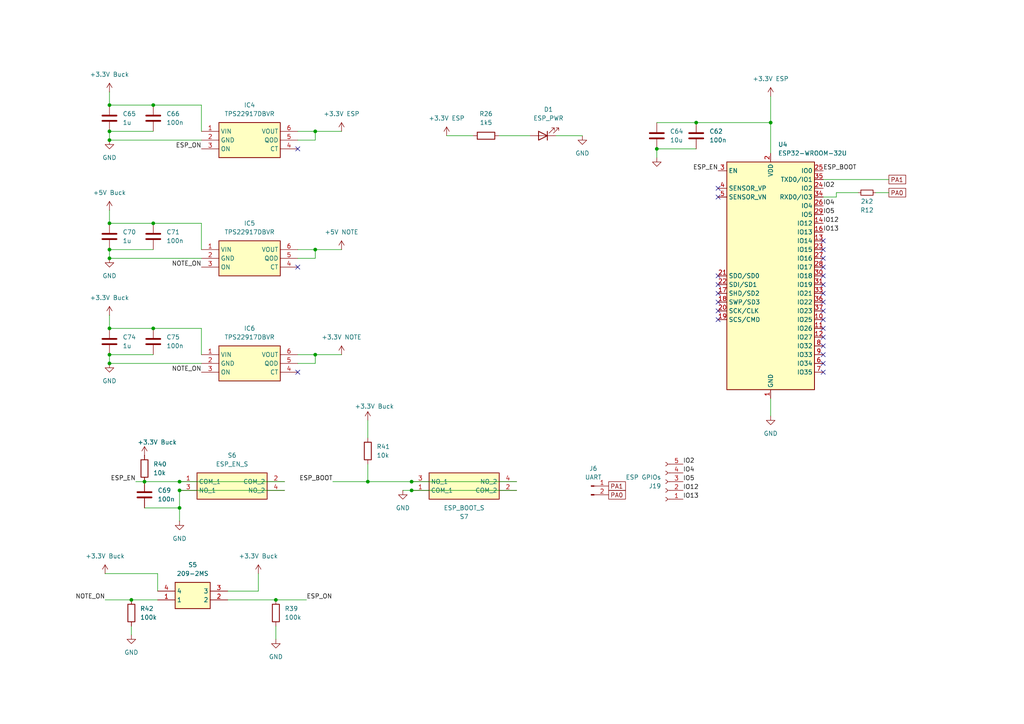
<source format=kicad_sch>
(kicad_sch (version 20250114) (generator "eeschema") (generator_version "9.0")
  (paper "A4")
  (lib_symbols
    (symbol "Connector:Conn_01x02_Pin" (pin_names (offset 1.016) (hide yes))
      (property "Reference" "J" (at 0 2.54 0))
      (property "Value" "Conn_01x02_Pin" (at 0 -5.08 0))
      (symbol "Conn_01x02_Pin_1_1"
        (rectangle (start 0.8636 0.127) (end 0 -0.127) (stroke (width 0.1524)) (fill (type outline)))
        (rectangle (start 0.8636 -2.413) (end 0 -2.667) (stroke (width 0.1524)) (fill (type outline)))
        (polyline (pts (xy 1.27 0) (xy 0.8636 0)) (stroke (width 0.1524)))
        (polyline (pts (xy 1.27 -2.54) (xy 0.8636 -2.54)) (stroke (width 0.1524)))
        (pin passive line (at 5.08 0 180) (length 3.81) (name "Pin_1") (number "1"))
        (pin passive line (at 5.08 -2.54 180) (length 3.81) (name "Pin_2") (number "2"))
      )
    )
    (symbol "Connector:Conn_01x05_Socket" (pin_names (offset 1.016) (hide yes))
      (property "Reference" "J" (at 0 7.62 0))
      (property "Value" "Conn_01x05_Socket" (at 0 -7.62 0))
      (symbol "Conn_01x05_Socket_1_1"
        (polyline (pts (xy -1.27 5.08) (xy -0.508 5.08)) (stroke (width 0.1524)))
        (polyline (pts (xy -1.27 2.54) (xy -0.508 2.54)) (stroke (width 0.1524)))
        (polyline (pts (xy -1.27 0) (xy -0.508 0)) (stroke (width 0.1524)))
        (polyline (pts (xy -1.27 -2.54) (xy -0.508 -2.54)) (stroke (width 0.1524)))
        (polyline (pts (xy -1.27 -5.08) (xy -0.508 -5.08)) (stroke (width 0.1524)))
        (arc (start 0 4.572) (mid -0.5058 5.08) (end 0 5.588) (stroke (width 0.1524)))
        (arc (start 0 2.032) (mid -0.5058 2.54) (end 0 3.048) (stroke (width 0.1524)))
        (arc (start 0 -0.508) (mid -0.5058 0) (end 0 0.508) (stroke (width 0.1524)))
        (arc (start 0 -3.048) (mid -0.5058 -2.54) (end 0 -2.032) (stroke (width 0.1524)))
        (arc (start 0 -5.588) (mid -0.5058 -5.08) (end 0 -4.572) (stroke (width 0.1524)))
        (pin passive line (at -5.08 5.08 0) (length 3.81) (name "Pin_1") (number "1"))
        (pin passive line (at -5.08 2.54 0) (length 3.81) (name "Pin_2") (number "2"))
        (pin passive line (at -5.08 0 0) (length 3.81) (name "Pin_3") (number "3"))
        (pin passive line (at -5.08 -2.54 0) (length 3.81) (name "Pin_4") (number "4"))
        (pin passive line (at -5.08 -5.08 0) (length 3.81) (name "Pin_5") (number "5"))
      )
    )
    (symbol "Device:C" (pin_numbers (hide yes)) (pin_names (offset 0.254))
      (property "Reference" "C" (at 0.635 2.54 0))
      (property "Value" "C" (at 0.635 -2.54 0))
      (symbol "C_0_1"
        (polyline (pts (xy -2.032 0.762) (xy 2.032 0.762)) (stroke (width 0.508)))
        (polyline (pts (xy -2.032 -0.762) (xy 2.032 -0.762)) (stroke (width 0.508)))
      )
      (symbol "C_1_1"
        (pin passive line (at 0 3.81 270) (length 2.794) (name "~") (number "1"))
        (pin passive line (at 0 -3.81 90) (length 2.794) (name "~") (number "2"))
      )
    )
    (symbol "Device:LED" (pin_numbers (hide yes)) (pin_names (offset 1.016) (hide yes))
      (property "Reference" "D" (at 0 2.54 0))
      (property "Value" "LED" (at 0 -2.54 0))
      (symbol "LED_0_1"
        (polyline (pts (xy -3.048 -0.762) (xy -4.572 -2.286) (xy -3.81 -2.286) (xy -4.572 -2.286) (xy -4.572 -1.524)))
        (polyline (pts (xy -1.778 -0.762) (xy -3.302 -2.286) (xy -2.54 -2.286) (xy -3.302 -2.286) (xy -3.302 -1.524)))
        (polyline (pts (xy -1.27 0) (xy 1.27 0)))
        (polyline (pts (xy -1.27 -1.27) (xy -1.27 1.27)) (stroke (width 0.254)))
        (polyline (pts (xy 1.27 -1.27) (xy 1.27 1.27) (xy -1.27 0) (xy 1.27 -1.27)) (stroke (width 0.254)))
      )
      (symbol "LED_1_1"
        (pin passive line (at -3.81 0 0) (length 2.54) (name "K") (number "1"))
        (pin passive line (at 3.81 0 180) (length 2.54) (name "A") (number "2"))
      )
    )
    (symbol "Device:R" (pin_numbers (hide yes)) (pin_names (offset 0))
      (property "Reference" "R" (at 2.032 0 90))
      (property "Value" "R" (at 0 0 90))
      (symbol "R_0_1"
        (rectangle (start -1.016 -2.54) (end 1.016 2.54) (stroke (width 0.254)))
      )
      (symbol "R_1_1"
        (pin passive line (at 0 3.81 270) (length 1.27) (name "~") (number "1"))
        (pin passive line (at 0 -3.81 90) (length 1.27) (name "~") (number "2"))
      )
    )
    (symbol "Device:R_Small" (pin_numbers (hide yes)) (pin_names (offset 0.254) (hide yes))
      (property "Reference" "R" (at 0.762 0.508 0))
      (property "Value" "R_Small" (at 0.762 -1.016 0))
      (symbol "R_Small_0_1"
        (rectangle (start -0.762 1.778) (end 0.762 -1.778) (stroke (width 0.2032)))
      )
      (symbol "R_Small_1_1"
        (pin passive line (at 0 2.54 270) (length 0.762) (name "~") (number "1"))
        (pin passive line (at 0 -2.54 90) (length 0.762) (name "~") (number "2"))
      )
    )
    (symbol "RF_Module:ESP32-WROOM-32U"
      (property "Reference" "U" (at -12.7 34.29 0))
      (property "Value" "ESP32-WROOM-32U" (at 1.27 34.29 0))
      (symbol "ESP32-WROOM-32U_0_1"
        (rectangle (start -12.7 33.02) (end 12.7 -33.02) (stroke (width 0.254)) (fill (type background)))
      )
      (symbol "ESP32-WROOM-32U_1_1"
        (pin input line (at -15.24 30.48 0) (length 2.54) (name "EN") (number "3"))
        (pin input line (at -15.24 25.4 0) (length 2.54) (name "SENSOR_VP") (number "4"))
        (pin input line (at -15.24 22.86 0) (length 2.54) (name "SENSOR_VN") (number "5"))
        (pin bidirectional line (at -15.24 0 0) (length 2.54) (name "SDO/SD0") (number "21"))
        (pin bidirectional line (at -15.24 -2.54 0) (length 2.54) (name "SDI/SD1") (number "22"))
        (pin bidirectional line (at -15.24 -5.08 0) (length 2.54) (name "SHD/SD2") (number "17"))
        (pin bidirectional line (at -15.24 -7.62 0) (length 2.54) (name "SWP/SD3") (number "18"))
        (pin bidirectional line (at -15.24 -10.16 0) (length 2.54) (name "SCK/CLK") (number "20"))
        (pin bidirectional line (at -15.24 -12.7 0) (length 2.54) (name "SCS/CMD") (number "19"))
        (pin no_connect line (at -12.7 -27.94 0) (length 2.54) (hide yes) (name "NC") (number "32"))
        (pin power_in line (at 0 35.56 270) (length 2.54) (name "VDD") (number "2"))
        (pin power_in line (at 0 -35.56 90) (length 2.54) (name "GND") (number "1"))
        (pin passive line (at 0 -35.56 90) (length 2.54) (hide yes) (name "GND") (number "15"))
        (pin passive line (at 0 -35.56 90) (length 2.54) (hide yes) (name "GND") (number "38"))
        (pin passive line (at 0 -35.56 90) (length 2.54) (hide yes) (name "GND") (number "39"))
        (pin bidirectional line (at 15.24 30.48 180) (length 2.54) (name "IO0") (number "25"))
        (pin bidirectional line (at 15.24 27.94 180) (length 2.54) (name "TXD0/IO1") (number "35"))
        (pin bidirectional line (at 15.24 25.4 180) (length 2.54) (name "IO2") (number "24"))
        (pin bidirectional line (at 15.24 22.86 180) (length 2.54) (name "RXD0/IO3") (number "34"))
        (pin bidirectional line (at 15.24 20.32 180) (length 2.54) (name "IO4") (number "26"))
        (pin bidirectional line (at 15.24 17.78 180) (length 2.54) (name "IO5") (number "29"))
        (pin bidirectional line (at 15.24 15.24 180) (length 2.54) (name "IO12") (number "14"))
        (pin bidirectional line (at 15.24 12.7 180) (length 2.54) (name "IO13") (number "16"))
        (pin bidirectional line (at 15.24 10.16 180) (length 2.54) (name "IO14") (number "13"))
        (pin bidirectional line (at 15.24 7.62 180) (length 2.54) (name "IO15") (number "23"))
        (pin bidirectional line (at 15.24 5.08 180) (length 2.54) (name "IO16") (number "27"))
        (pin bidirectional line (at 15.24 2.54 180) (length 2.54) (name "IO17") (number "28"))
        (pin bidirectional line (at 15.24 0 180) (length 2.54) (name "IO18") (number "30"))
        (pin bidirectional line (at 15.24 -2.54 180) (length 2.54) (name "IO19") (number "31"))
        (pin bidirectional line (at 15.24 -5.08 180) (length 2.54) (name "IO21") (number "33"))
        (pin bidirectional line (at 15.24 -7.62 180) (length 2.54) (name "IO22") (number "36"))
        (pin bidirectional line (at 15.24 -10.16 180) (length 2.54) (name "IO23") (number "37"))
        (pin bidirectional line (at 15.24 -12.7 180) (length 2.54) (name "IO25") (number "10"))
        (pin bidirectional line (at 15.24 -15.24 180) (length 2.54) (name "IO26") (number "11"))
        (pin bidirectional line (at 15.24 -17.78 180) (length 2.54) (name "IO27") (number "12"))
        (pin bidirectional line (at 15.24 -20.32 180) (length 2.54) (name "IO32") (number "8"))
        (pin bidirectional line (at 15.24 -22.86 180) (length 2.54) (name "IO33") (number "9"))
        (pin input line (at 15.24 -25.4 180) (length 2.54) (name "IO34") (number "6"))
        (pin input line (at 15.24 -27.94 180) (length 2.54) (name "IO35") (number "7"))
      )
    )
    (symbol "SamacSys_Parts:209-2MS"
      (property "Reference" "S" (at 16.51 7.62 0))
      (property "Value" "209-2MS" (at 16.51 5.08 0))
      (symbol "209-2MS_1_1"
        (rectangle (start 5.08 2.54) (end 15.24 -5.08) (stroke (width 0.254)) (fill (type background)))
        (pin passive line (at 0 0 0) (length 5.08) (name "4") (number "4"))
        (pin passive line (at 0 -2.54 0) (length 5.08) (name "1") (number "1"))
        (pin passive line (at 20.32 0 180) (length 5.08) (name "3") (number "3"))
        (pin passive line (at 20.32 -2.54 180) (length 5.08) (name "2") (number "2"))
      )
    )
    (symbol "SamacSys_Parts:RKB2SJM250SMTR_LFS"
      (property "Reference" "S" (at 26.67 7.62 0))
      (property "Value" "RKB2SJM250SMTR_LFS" (at 26.67 5.08 0))
      (symbol "RKB2SJM250SMTR_LFS_1_1"
        (rectangle (start 5.08 2.54) (end 25.4 -5.08) (stroke (width 0.254)) (fill (type background)))
        (pin passive line (at 0 0 0) (length 5.08) (name "COM_1") (number "1"))
        (pin passive line (at 0 -2.54 0) (length 5.08) (name "NO_1") (number "3"))
        (pin passive line (at 30.48 0 180) (length 5.08) (name "COM_2") (number "2"))
        (pin passive line (at 30.48 -2.54 180) (length 5.08) (name "NO_2") (number "4"))
      )
    )
    (symbol "SamacSys_Parts:TPS22917DBVR"
      (property "Reference" "IC" (at 24.13 7.62 0))
      (property "Value" "TPS22917DBVR" (at 24.13 5.08 0))
      (symbol "TPS22917DBVR_1_1"
        (rectangle (start 5.08 2.54) (end 22.86 -7.62) (stroke (width 0.254)) (fill (type background)))
        (pin power_in line (at 0 0 0) (length 5.08) (name "VIN") (number "1"))
        (pin power_in line (at 0 -2.54 0) (length 5.08) (name "GND") (number "2"))
        (pin input line (at 0 -5.08 0) (length 5.08) (name "ON") (number "3"))
        (pin output line (at 27.94 0 180) (length 5.08) (name "VOUT") (number "6"))
        (pin output line (at 27.94 -2.54 180) (length 5.08) (name "QOD") (number "5"))
        (pin output line (at 27.94 -5.08 180) (length 5.08) (name "CT") (number "4"))
      )
    )
    (symbol "power:+3.3V" (power) (pin_numbers (hide yes)) (pin_names (offset 0) (hide yes))
      (property "Value" "+3.3V" (at 0 3.556 0))
      (symbol "+3.3V_0_1"
        (polyline (pts (xy -0.762 1.27) (xy 0 2.54)))
        (polyline (pts (xy 0 2.54) (xy 0.762 1.27)))
        (polyline (pts (xy 0 0) (xy 0 2.54)))
      )
      (symbol "+3.3V_1_1"
        (pin power_in line (at 0 0 90) (length 0) (name "~") (number "1"))
      )
    )
    (symbol "power:GND" (power) (pin_numbers (hide yes)) (pin_names (offset 0) (hide yes))
      (property "Value" "GND" (at 0 -3.81 0))
      (symbol "GND_0_1"
        (polyline (pts (xy 0 0) (xy 0 -1.27) (xy 1.27 -1.27) (xy 0 -2.54) (xy -1.27 -1.27) (xy 0 -1.27)))
      )
      (symbol "GND_1_1"
        (pin power_in line (at 0 0 270) (length 0) (name "~") (number "1"))
      )
    )
  )
  (junction (at 52.07 147.32))
  (junction (at 190.5 43.18))
  (junction (at 106.68 139.7))
  (junction (at 31.75 102.87))
  (junction (at 80.01 173.99))
  (junction (at 201.93 35.56))
  (junction (at 31.75 64.77))
  (junction (at 31.75 38.1))
  (junction (at 41.91 139.7))
  (junction (at 38.1 173.99))
  (junction (at 91.44 38.1))
  (junction (at 91.44 102.87))
  (junction (at 31.75 72.39))
  (junction (at 31.75 74.93))
  (junction (at 91.44 72.39))
  (junction (at 31.75 40.64))
  (junction (at 52.07 142.24))
  (junction (at 223.52 35.56))
  (junction (at 52.07 139.7))
  (junction (at 31.75 95.25))
  (junction (at 31.75 105.41))
  (junction (at 31.75 30.48))
  (junction (at 44.45 95.25))
  (junction (at 44.45 64.77))
  (junction (at 119.38 139.7))
  (junction (at 44.45 30.48))
  (junction (at 119.38 142.24))
  (no_connect (at 238.76 95.25))
  (no_connect (at 208.28 92.71))
  (no_connect (at 208.28 57.15))
  (no_connect (at 238.76 72.39))
  (no_connect (at 86.36 43.18))
  (no_connect (at 238.76 77.47))
  (no_connect (at 238.76 80.01))
  (no_connect (at 208.28 54.61))
  (no_connect (at 238.76 85.09))
  (no_connect (at 238.76 74.93))
  (no_connect (at 86.36 107.95))
  (no_connect (at 208.28 80.01))
  (no_connect (at 238.76 87.63))
  (no_connect (at 208.28 87.63))
  (no_connect (at 86.36 77.47))
  (no_connect (at 238.76 92.71))
  (no_connect (at 208.28 82.55))
  (no_connect (at 238.76 82.55))
  (no_connect (at 208.28 90.17))
  (no_connect (at 238.76 97.79))
  (no_connect (at 238.76 102.87))
  (no_connect (at 238.76 107.95))
  (no_connect (at 238.76 105.41))
  (no_connect (at 208.28 85.09))
  (no_connect (at 238.76 100.33))
  (no_connect (at 238.76 90.17))
  (no_connect (at 238.76 69.85))
  (wire (pts (xy 129.54 39.37) (xy 137.16 39.37)))
  (wire (pts (xy 31.75 72.39) (xy 31.75 74.93)))
  (wire (pts (xy 91.44 72.39) (xy 86.36 72.39)))
  (wire (pts (xy 52.07 147.32) (xy 52.07 142.24)))
  (wire (pts (xy 242.57 55.88) (xy 242.57 57.15)))
  (wire (pts (xy 31.75 30.48) (xy 44.45 30.48)))
  (wire (pts (xy 41.91 139.7) (xy 52.07 139.7)))
  (wire (pts (xy 31.75 60.96) (xy 31.75 64.77)))
  (wire (pts (xy 91.44 102.87) (xy 86.36 102.87)))
  (wire (pts (xy 168.91 39.37) (xy 161.29 39.37)))
  (wire (pts (xy 223.52 115.57) (xy 223.52 120.65)))
  (wire (pts (xy 99.06 72.39) (xy 91.44 72.39)))
  (wire (pts (xy 223.52 27.94) (xy 223.52 35.56)))
  (wire (pts (xy 86.36 105.41) (xy 91.44 105.41)))
  (wire (pts (xy 116.84 142.24) (xy 119.38 142.24)))
  (wire (pts (xy 30.48 173.99) (xy 38.1 173.99)))
  (wire (pts (xy 31.75 95.25) (xy 44.45 95.25)))
  (wire (pts (xy 44.45 72.39) (xy 31.75 72.39)))
  (wire (pts (xy 201.93 43.18) (xy 190.5 43.18)))
  (wire (pts (xy 44.45 38.1) (xy 31.75 38.1)))
  (wire (pts (xy 52.07 139.7) (xy 82.55 139.7)))
  (wire (pts (xy 257.81 55.88) (xy 254 55.88)))
  (wire (pts (xy 119.38 139.7) (xy 149.86 139.7)))
  (wire (pts (xy 58.42 64.77) (xy 58.42 72.39)))
  (wire (pts (xy 86.36 74.93) (xy 91.44 74.93)))
  (wire (pts (xy 58.42 95.25) (xy 58.42 102.87)))
  (wire (pts (xy 38.1 173.99) (xy 45.72 173.99)))
  (wire (pts (xy 80.01 181.61) (xy 80.01 185.42)))
  (wire (pts (xy 238.76 52.07) (xy 257.81 52.07)))
  (wire (pts (xy 106.68 134.62) (xy 106.68 139.7)))
  (wire (pts (xy 119.38 142.24) (xy 149.86 142.24)))
  (wire (pts (xy 38.1 181.61) (xy 38.1 184.15)))
  (wire (pts (xy 144.78 39.37) (xy 153.67 39.37)))
  (wire (pts (xy 31.75 64.77) (xy 44.45 64.77)))
  (wire (pts (xy 91.44 74.93) (xy 91.44 72.39)))
  (wire (pts (xy 44.45 95.25) (xy 58.42 95.25)))
  (wire (pts (xy 88.9 173.99) (xy 80.01 173.99)))
  (wire (pts (xy 44.45 64.77) (xy 58.42 64.77)))
  (wire (pts (xy 99.06 102.87) (xy 91.44 102.87)))
  (wire (pts (xy 31.75 91.44) (xy 31.75 95.25)))
  (wire (pts (xy 30.48 166.37) (xy 45.72 166.37)))
  (wire (pts (xy 86.36 40.64) (xy 91.44 40.64)))
  (wire (pts (xy 106.68 139.7) (xy 119.38 139.7)))
  (wire (pts (xy 242.57 57.15) (xy 238.76 57.15)))
  (wire (pts (xy 74.93 171.45) (xy 66.04 171.45)))
  (wire (pts (xy 44.45 102.87) (xy 31.75 102.87)))
  (wire (pts (xy 74.93 166.37) (xy 74.93 171.45)))
  (wire (pts (xy 190.5 35.56) (xy 201.93 35.56)))
  (wire (pts (xy 58.42 105.41) (xy 31.75 105.41)))
  (wire (pts (xy 91.44 40.64) (xy 91.44 38.1)))
  (wire (pts (xy 201.93 35.56) (xy 223.52 35.56)))
  (wire (pts (xy 58.42 40.64) (xy 31.75 40.64)))
  (wire (pts (xy 58.42 30.48) (xy 58.42 38.1)))
  (wire (pts (xy 52.07 151.13) (xy 52.07 147.32)))
  (wire (pts (xy 80.01 173.99) (xy 66.04 173.99)))
  (wire (pts (xy 223.52 35.56) (xy 223.52 44.45)))
  (wire (pts (xy 58.42 74.93) (xy 31.75 74.93)))
  (wire (pts (xy 91.44 38.1) (xy 86.36 38.1)))
  (wire (pts (xy 96.52 139.7) (xy 106.68 139.7)))
  (wire (pts (xy 99.06 38.1) (xy 91.44 38.1)))
  (wire (pts (xy 39.37 139.7) (xy 41.91 139.7)))
  (wire (pts (xy 52.07 142.24) (xy 82.55 142.24)))
  (wire (pts (xy 190.5 43.18) (xy 190.5 45.72)))
  (wire (pts (xy 45.72 166.37) (xy 45.72 171.45)))
  (wire (pts (xy 31.75 102.87) (xy 31.75 105.41)))
  (wire (pts (xy 91.44 105.41) (xy 91.44 102.87)))
  (wire (pts (xy 41.91 147.32) (xy 52.07 147.32)))
  (wire (pts (xy 31.75 38.1) (xy 31.75 40.64)))
  (wire (pts (xy 31.75 26.67) (xy 31.75 30.48)))
  (wire (pts (xy 106.68 121.92) (xy 106.68 127)))
  (wire (pts (xy 248.92 55.88) (xy 242.57 55.88)))
  (wire (pts (xy 44.45 30.48) (xy 58.42 30.48)))
  (label "IO12" (at 238.76 64.77 0))
  (label "IO2" (at 238.76 54.61 0))
  (label "ESP_BOOT" (at 238.76 49.53 0))
  (label "ESP_BOOT" (at 96.52 139.7 180) (effects (font (thickness 0.1588))))
  (label "IO2" (at 198.12 134.62 0))
  (label "ESP_EN" (at 39.37 139.7 180) (effects (font (thickness 0.1588))))
  (label "IO13" (at 198.12 144.78 0))
  (label "IO12" (at 198.12 142.24 0))
  (label "ESP_EN" (at 208.28 49.53 180))
  (label "IO13" (at 238.76 67.31 0))
  (label "IO5" (at 238.76 62.23 0))
  (label "IO4" (at 238.76 59.69 0))
  (label "IO4" (at 198.12 137.16 0))
  (label "NOTE_ON" (at 58.42 77.47 180))
  (label "ESP_ON" (at 88.9 173.99 0))
  (label "NOTE_ON" (at 30.48 173.99 180))
  (label "NOTE_ON" (at 58.42 107.95 180))
  (label "ESP_ON" (at 58.42 43.18 180))
  (label "IO5" (at 198.12 139.7 0))
  (global_label "PA0" (shape passive) (at 176.53 143.51 0) (property "Intersheetrefs" "${INTERSHEET_REFS}" (effects (hide yes))))
  (global_label "PA0" (shape passive) (at 257.81 55.88 0) (property "Intersheetrefs" "${INTERSHEET_REFS}" (effects (hide yes))))
  (global_label "PA1" (shape passive) (at 257.81 52.07 0) (property "Intersheetrefs" "${INTERSHEET_REFS}" (effects (hide yes))))
  (global_label "PA1" (shape passive) (at 176.53 140.97 0) (property "Intersheetrefs" "${INTERSHEET_REFS}" (effects (hide yes))))
  (symbol (lib_id "Device:C") (at 190.5 39.37 0) (unit 1)
    (property "Reference" "C64" (at 194.31 38.0999 0) (effects (justify left)))
    (property "Value" "10u" (at 194.31 40.6399 0) (effects (justify left)))
    (property "Footprint" "Capacitor_SMD:C_0805_2012Metric_Pad1.18x1.45mm_HandSolder" (effects (hide yes)))
    (property "Description" "Unpolarized capacitor" (effects (hide yes)))
  )
  (symbol (lib_id "power:GND") (at 168.91 39.37 0) (unit 1)
    (property "Reference" "#PWR059" (effects (hide yes)))
    (property "Value" "GND" (at 168.91 44.45 0))
    (property "Description" "Power symbol creates a global label with name \"GND\" , ground" (effects (hide yes)))
  )
  (symbol (lib_id "power:+3.3V") (at 31.75 91.44 0) (unit 1)
    (property "Reference" "#PWR0108" (effects (hide yes)))
    (property "Value" "+3.3V Buck" (at 31.75 86.36 0))
    (property "Description" "Power symbol creates a global label with name \"+3.3V\"" (effects (hide yes)))
  )
  (symbol (lib_id "power:+3.3V") (at 30.48 166.37 0) (unit 1)
    (property "Reference" "#PWR0113" (effects (hide yes)))
    (property "Value" "+3.3V Buck" (at 30.48 161.29 0))
    (property "Description" "Power symbol creates a global label with name \"+3.3V\"" (effects (hide yes)))
  )
  (symbol (lib_id "power:GND") (at 31.75 74.93 0) (unit 1)
    (property "Reference" "#PWR0104" (effects (hide yes)))
    (property "Value" "GND" (at 31.75 80.01 0))
    (property "Description" "Power symbol creates a global label with name \"GND\" , ground" (effects (hide yes)))
  )
  (symbol (lib_id "Device:R") (at 41.91 135.89 180) (unit 1)
    (property "Reference" "R40" (at 44.45 134.6199 0) (effects (justify right)))
    (property "Value" "10k" (at 44.45 137.1599 0) (effects (justify right)))
    (property "Footprint" "Resistor_SMD:R_0603_1608Metric_Pad0.98x0.95mm_HandSolder" (effects (hide yes)))
    (property "Description" "Resistor" (effects (hide yes)))
  )
  (symbol (lib_id "Device:R") (at 80.01 177.8 0) (unit 1)
    (property "Reference" "R39" (at 82.55 176.5299 0) (effects (justify left)))
    (property "Value" "100k" (at 82.55 179.0699 0) (effects (justify left)))
    (property "Footprint" "Resistor_SMD:R_0805_2012Metric_Pad1.20x1.40mm_HandSolder" (effects (hide yes)))
    (property "Description" "Resistor" (effects (hide yes)))
  )
  (symbol (lib_id "Device:R") (at 106.68 130.81 180) (unit 1)
    (property "Reference" "R41" (at 109.22 129.5399 0) (effects (justify right)))
    (property "Value" "10k" (at 109.22 132.0799 0) (effects (justify right)))
    (property "Footprint" "Resistor_SMD:R_0603_1608Metric_Pad0.98x0.95mm_HandSolder" (effects (hide yes)))
    (property "Description" "Resistor" (effects (hide yes)))
  )
  (symbol (lib_id "power:+3.3V") (at 74.93 166.37 0) (unit 1)
    (property "Reference" "#PWR0114" (effects (hide yes)))
    (property "Value" "+3.3V Buck" (at 74.93 161.29 0))
    (property "Description" "Power symbol creates a global label with name \"+3.3V\"" (effects (hide yes)))
  )
  (symbol (lib_id "power:+3.3V") (at 31.75 60.96 0) (unit 1)
    (property "Reference" "#PWR0103" (effects (hide yes)))
    (property "Value" "+5V Buck" (at 31.75 55.88 0))
    (property "Description" "Power symbol creates a global label with name \"+3.3V\"" (effects (hide yes)))
  )
  (symbol (lib_id "power:GND") (at 52.07 151.13 0) (unit 1)
    (property "Reference" "#PWR0100" (effects (hide yes)))
    (property "Value" "GND" (at 52.07 156.21 0))
    (property "Description" "Power symbol creates a global label with name \"GND\" , ground" (effects (hide yes)))
  )
  (symbol (lib_id "power:GND") (at 116.84 142.24 0) (unit 1)
    (property "Reference" "#PWR0102" (effects (hide yes)))
    (property "Value" "GND" (at 116.84 147.32 0))
    (property "Description" "Power symbol creates a global label with name \"GND\" , ground" (effects (hide yes)))
  )
  (symbol (lib_id "Device:C") (at 31.75 34.29 0) (unit 1)
    (property "Reference" "C65" (at 35.56 33.0199 0) (effects (justify left)))
    (property "Value" "1u" (at 35.56 35.5599 0) (effects (justify left)))
    (property "Footprint" "Capacitor_SMD:C_0805_2012Metric_Pad1.18x1.45mm_HandSolder" (effects (hide yes)))
    (property "Description" "Unpolarized capacitor" (effects (hide yes)))
  )
  (symbol (lib_id "power:GND") (at 223.52 120.65 0) (unit 1)
    (property "Reference" "#PWR017" (effects (hide yes)))
    (property "Value" "GND" (at 223.52 125.73 0))
    (property "Description" "Power symbol creates a global label with name \"GND\" , ground" (effects (hide yes)))
  )
  (symbol (lib_id "SamacSys_Parts:TPS22917DBVR") (at 58.42 38.1 0) (unit 1)
    (property "Reference" "IC4" (at 72.39 30.48 0))
    (property "Value" "TPS22917DBVR" (at 72.39 33.02 0))
    (property "Footprint" "SamacSys_Parts:SOT95P280X145-6N" (effects (hide yes)))
    (property "Datasheet" "http://www.ti.com/lit/gpn/tps22917" (effects (hide yes)))
    (property "Description" "Power Switch ICs - Power Distribution TPS22917 Ultra-Low Leakage, 5.5-V, 2-A, 80-m On-Resistance Load Switch 6-SOT-23 -40 to 125" (effects (hide yes)))
    (property "Height" "1.45" (effects (hide yes)))
    (property "Mouser Part Number" "595-TPS22917DBVR" (effects (hide yes)))
    (property "Mouser Price/Stock" "https://www.mouser.co.uk/ProductDetail/Texas-Instruments/TPS22917DBVR?qs=r5DSvlrkXmI%2FDlZ5ksgkuQ%3D%3D" (effects (hide yes)))
    (property "Manufacturer_Name" "Texas Instruments" (effects (hide yes)))
    (property "Manufacturer_Part_Number" "TPS22917DBVR" (effects (hide yes)))
  )
  (symbol (lib_id "Device:LED") (at 157.48 39.37 180) (unit 1)
    (property "Reference" "D1" (at 159.0675 31.75 0))
    (property "Value" "ESP_PWR" (at 159.0675 34.29 0))
    (property "Footprint" "LED_SMD:LED_0805_2012Metric_Pad1.15x1.40mm_HandSolder" (effects (hide yes)))
    (property "Description" "Light emitting diode" (effects (hide yes)))
    (property "Sim.Pins" "1=K 2=A" (effects (hide yes)))
  )
  (symbol (lib_id "power:+3.3V") (at 99.06 38.1 0) (unit 1)
    (property "Reference" "#PWR094" (effects (hide yes)))
    (property "Value" "+3.3V ESP" (at 99.06 33.02 0))
    (property "Description" "Power symbol creates a global label with name \"+3.3V\"" (effects (hide yes)))
  )
  (symbol (lib_id "power:+3.3V") (at 129.54 39.37 0) (unit 1)
    (property "Reference" "#PWR095" (effects (hide yes)))
    (property "Value" "+3.3V ESP" (at 129.54 34.29 0))
    (property "Description" "Power symbol creates a global label with name \"+3.3V\"" (effects (hide yes)))
  )
  (symbol (lib_id "Device:R") (at 140.97 39.37 90) (unit 1)
    (property "Reference" "R26" (at 140.97 33.02 90))
    (property "Value" "1k5" (at 140.97 35.56 90))
    (property "Footprint" "Resistor_SMD:R_0603_1608Metric_Pad0.98x0.95mm_HandSolder" (effects (hide yes)))
    (property "Description" "Resistor" (effects (hide yes)))
  )
  (symbol (lib_id "power:GND") (at 80.01 185.42 0) (unit 1)
    (property "Reference" "#PWR097" (effects (hide yes)))
    (property "Value" "GND" (at 80.01 190.5 0))
    (property "Description" "Power symbol creates a global label with name \"GND\" , ground" (effects (hide yes)))
  )
  (symbol (lib_id "power:+3.3V") (at 41.91 132.08 0) (unit 1)
    (property "Reference" "#PWR099" (effects (hide yes)))
    (property "Value" "+3.3V Buck" (at 39.878 128.27 0) (effects (justify left)))
    (property "Description" "Power symbol creates a global label with name \"+3.3V\"" (effects (hide yes)))
  )
  (symbol (lib_id "RF_Module:ESP32-WROOM-32U") (at 223.52 80.01 0) (unit 1)
    (property "Reference" "U4" (at 225.6633 41.91 0) (effects (justify left)))
    (property "Value" "ESP32-WROOM-32U" (at 225.6633 44.45 0) (effects (justify left)))
    (property "Footprint" "RF_Module:ESP32-WROOM-32U" (effects (hide yes)))
    (property "Datasheet" "https://www.espressif.com/sites/default/files/documentation/esp32-wroom-32d_esp32-wroom-32u_datasheet_en.pdf" (effects (hide yes)))
    (property "Description" "RF Module, ESP32-D0WD SoC, Wi-Fi 802.11b/g/n, Bluetooth, BLE, 32-bit, 2.7-3.6V, external antenna, SMD" (effects (hide yes)))
  )
  (symbol (lib_id "Device:C") (at 31.75 99.06 0) (unit 1)
    (property "Reference" "C74" (at 35.56 97.7899 0) (effects (justify left)))
    (property "Value" "1u" (at 35.56 100.3299 0) (effects (justify left)))
    (property "Footprint" "Capacitor_SMD:C_0805_2012Metric_Pad1.18x1.45mm_HandSolder" (effects (hide yes)))
    (property "Description" "Unpolarized capacitor" (effects (hide yes)))
  )
  (symbol (lib_id "Device:C") (at 201.93 39.37 0) (unit 1)
    (property "Reference" "C62" (at 205.74 38.0999 0) (effects (justify left)))
    (property "Value" "100n" (at 205.74 40.6399 0) (effects (justify left)))
    (property "Footprint" "Capacitor_SMD:C_0603_1608Metric_Pad1.08x0.95mm_HandSolder" (effects (hide yes)))
    (property "Description" "Unpolarized capacitor" (effects (hide yes)))
  )
  (symbol (lib_id "Device:R_Small") (at 251.46 55.88 90) (mirror x) (unit 1)
    (property "Reference" "R12" (at 251.46 60.96 90))
    (property "Value" "2k2" (at 251.46 58.42 90))
    (property "Footprint" "Resistor_SMD:R_0603_1608Metric_Pad0.98x0.95mm_HandSolder" (effects (hide yes)))
    (property "Description" "Resistor, small symbol" (effects (hide yes)))
  )
  (symbol (lib_id "SamacSys_Parts:RKB2SJM250SMTR_LFS") (at 119.38 142.24 0) (mirror x) (unit 1)
    (property "Reference" "S7" (at 134.62 149.86 0))
    (property "Value" "ESP_BOOT_S" (at 134.62 147.32 0))
    (property "Footprint" "SamacSys_Parts:RKB2SJM250SMTRLFS" (effects (hide yes)))
    (property "Datasheet" "https://www.ckswitches.com/media/3130/ck_rk_datasheet.pdf" (effects (hide yes)))
    (property "Description" "Tactile Switches J Bend SMT Term 180gf Force" (effects (hide yes)))
    (property "Height" "2.7" (effects (hide yes)))
    (property "Mouser Part Number" "611-RKB2SJM250SMTRLF" (effects (hide yes)))
    (property "Mouser Price/Stock" "https://www.mouser.co.uk/ProductDetail/CK/RKB2SJM250SMTR-LFS?qs=iLbezkQI%252Bsj518EgFgehgw%3D%3D" (effects (hide yes)))
    (property "Manufacturer_Name" "C & K COMPONENTS" (effects (hide yes)))
    (property "Manufacturer_Part_Number" "RKB2SJM250SMTR LFS" (effects (hide yes)))
  )
  (symbol (lib_id "power:+3.3V") (at 99.06 72.39 0) (unit 1)
    (property "Reference" "#PWR0106" (effects (hide yes)))
    (property "Value" "+5V NOTE" (at 99.06 67.31 0))
    (property "Description" "Power symbol creates a global label with name \"+3.3V\"" (effects (hide yes)))
  )
  (symbol (lib_id "Device:C") (at 44.45 68.58 0) (unit 1)
    (property "Reference" "C71" (at 48.26 67.3099 0) (effects (justify left)))
    (property "Value" "100n" (at 48.26 69.8499 0) (effects (justify left)))
    (property "Footprint" "Capacitor_SMD:C_0603_1608Metric_Pad1.08x0.95mm_HandSolder" (effects (hide yes)))
    (property "Description" "Unpolarized capacitor" (effects (hide yes)))
  )
  (symbol (lib_id "power:+3.3V") (at 31.75 26.67 0) (unit 1)
    (property "Reference" "#PWR092" (effects (hide yes)))
    (property "Value" "+3.3V Buck" (at 31.75 21.59 0))
    (property "Description" "Power symbol creates a global label with name \"+3.3V\"" (effects (hide yes)))
  )
  (symbol (lib_id "Device:C") (at 31.75 68.58 0) (unit 1)
    (property "Reference" "C70" (at 35.56 67.3099 0) (effects (justify left)))
    (property "Value" "1u" (at 35.56 69.8499 0) (effects (justify left)))
    (property "Footprint" "Capacitor_SMD:C_0805_2012Metric_Pad1.18x1.45mm_HandSolder" (effects (hide yes)))
    (property "Description" "Unpolarized capacitor" (effects (hide yes)))
  )
  (symbol (lib_id "Device:C") (at 44.45 34.29 0) (unit 1)
    (property "Reference" "C66" (at 48.26 33.0199 0) (effects (justify left)))
    (property "Value" "100n" (at 48.26 35.5599 0) (effects (justify left)))
    (property "Footprint" "Capacitor_SMD:C_0603_1608Metric_Pad1.08x0.95mm_HandSolder" (effects (hide yes)))
    (property "Description" "Unpolarized capacitor" (effects (hide yes)))
  )
  (symbol (lib_id "SamacSys_Parts:TPS22917DBVR") (at 58.42 72.39 0) (unit 1)
    (property "Reference" "IC5" (at 72.39 64.77 0))
    (property "Value" "TPS22917DBVR" (at 72.39 67.31 0))
    (property "Footprint" "SamacSys_Parts:SOT95P280X145-6N" (effects (hide yes)))
    (property "Datasheet" "http://www.ti.com/lit/gpn/tps22917" (effects (hide yes)))
    (property "Description" "Power Switch ICs - Power Distribution TPS22917 Ultra-Low Leakage, 5.5-V, 2-A, 80-m On-Resistance Load Switch 6-SOT-23 -40 to 125" (effects (hide yes)))
    (property "Height" "1.45" (effects (hide yes)))
    (property "Mouser Part Number" "595-TPS22917DBVR" (effects (hide yes)))
    (property "Mouser Price/Stock" "https://www.mouser.co.uk/ProductDetail/Texas-Instruments/TPS22917DBVR?qs=r5DSvlrkXmI%2FDlZ5ksgkuQ%3D%3D" (effects (hide yes)))
    (property "Manufacturer_Name" "Texas Instruments" (effects (hide yes)))
    (property "Manufacturer_Part_Number" "TPS22917DBVR" (effects (hide yes)))
  )
  (symbol (lib_id "power:+3.3V") (at 106.68 121.92 0) (unit 1)
    (property "Reference" "#PWR0101" (effects (hide yes)))
    (property "Value" "+3.3V Buck" (at 102.87 117.856 0) (effects (justify left)))
    (property "Description" "Power symbol creates a global label with name \"+3.3V\"" (effects (hide yes)))
  )
  (symbol (lib_id "Connector:Conn_01x02_Pin") (at 171.45 140.97 0) (unit 1)
    (property "Reference" "J6" (at 172.085 135.89 0))
    (property "Value" "UART" (at 172.085 138.43 0))
    (property "Footprint" "Connector_PinHeader_2.00mm:PinHeader_1x02_P2.00mm_Vertical" (effects (hide yes)))
    (property "Description" "Generic connector, single row, 01x02, script generated" (effects (hide yes)))
  )
  (symbol (lib_id "SamacSys_Parts:RKB2SJM250SMTR_LFS") (at 52.07 139.7 0) (unit 1)
    (property "Reference" "S6" (at 67.31 132.08 0))
    (property "Value" "ESP_EN_S" (at 67.31 134.62 0))
    (property "Footprint" "SamacSys_Parts:RKB2SJM250SMTRLFS" (effects (hide yes)))
    (property "Datasheet" "https://www.ckswitches.com/media/3130/ck_rk_datasheet.pdf" (effects (hide yes)))
    (property "Description" "Tactile Switches J Bend SMT Term 180gf Force" (effects (hide yes)))
    (property "Height" "2.7" (effects (hide yes)))
    (property "Mouser Part Number" "611-RKB2SJM250SMTRLF" (effects (hide yes)))
    (property "Mouser Price/Stock" "https://www.mouser.co.uk/ProductDetail/CK/RKB2SJM250SMTR-LFS?qs=iLbezkQI%252Bsj518EgFgehgw%3D%3D" (effects (hide yes)))
    (property "Manufacturer_Name" "C & K COMPONENTS" (effects (hide yes)))
    (property "Manufacturer_Part_Number" "RKB2SJM250SMTR LFS" (effects (hide yes)))
  )
  (symbol (lib_id "power:+3.3V") (at 99.06 102.87 0) (unit 1)
    (property "Reference" "#PWR0111" (effects (hide yes)))
    (property "Value" "+3.3V NOTE" (at 99.06 97.79 0))
    (property "Description" "Power symbol creates a global label with name \"+3.3V\"" (effects (hide yes)))
  )
  (symbol (lib_id "Device:R") (at 38.1 177.8 0) (unit 1)
    (property "Reference" "R42" (at 40.64 176.5299 0) (effects (justify left)))
    (property "Value" "100k" (at 40.64 179.0699 0) (effects (justify left)))
    (property "Footprint" "Resistor_SMD:R_0805_2012Metric_Pad1.20x1.40mm_HandSolder" (effects (hide yes)))
    (property "Description" "Resistor" (effects (hide yes)))
  )
  (symbol (lib_id "power:GND") (at 190.5 45.72 0) (unit 1)
    (property "Reference" "#PWR091" (effects (hide yes)))
    (property "Value" "GND" (effects (hide yes)))
    (property "Description" "Power symbol creates a global label with name \"GND\" , ground" (effects (hide yes)))
  )
  (symbol (lib_id "SamacSys_Parts:209-2MS") (at 45.72 171.45 0) (unit 1)
    (property "Reference" "S5" (at 55.88 163.83 0))
    (property "Value" "209-2MS" (at 55.88 166.37 0))
    (property "Footprint" "SamacSys_Parts:2092MS" (effects (hide yes)))
    (property "Datasheet" "https://www.ctscorp.com/Files/DataSheets/Switches/DIP-Switches/CTS-Switches-DIP-209-210-Series-Datasheet.pdf" (effects (hide yes)))
    (property "Description" "Dip Switch SPST 2 Position Through Hole Slide (Standard) Actuator 100mA 20VDC , -40C ~ 85C" (effects (hide yes)))
    (property "Height" "4.98" (effects (hide yes)))
    (property "Mouser Part Number" "774-2092MS" (effects (hide yes)))
    (property "Mouser Price/Stock" "https://www.mouser.co.uk/ProductDetail/CTS-Electronic-Components/209-2MS?qs=qNzHFtQhdJ8BQCAnPXifzQ%3D%3D" (effects (hide yes)))
    (property "Manufacturer_Name" "CTS" (effects (hide yes)))
    (property "Manufacturer_Part_Number" "209-2MS" (effects (hide yes)))
  )
  (symbol (lib_id "power:GND") (at 31.75 105.41 0) (unit 1)
    (property "Reference" "#PWR0109" (effects (hide yes)))
    (property "Value" "GND" (at 31.75 110.49 0))
    (property "Description" "Power symbol creates a global label with name \"GND\" , ground" (effects (hide yes)))
  )
  (symbol (lib_id "SamacSys_Parts:TPS22917DBVR") (at 58.42 102.87 0) (unit 1)
    (property "Reference" "IC6" (at 72.39 95.25 0))
    (property "Value" "TPS22917DBVR" (at 72.39 97.79 0))
    (property "Footprint" "SamacSys_Parts:SOT95P280X145-6N" (effects (hide yes)))
    (property "Datasheet" "http://www.ti.com/lit/gpn/tps22917" (effects (hide yes)))
    (property "Description" "Power Switch ICs - Power Distribution TPS22917 Ultra-Low Leakage, 5.5-V, 2-A, 80-m On-Resistance Load Switch 6-SOT-23 -40 to 125" (effects (hide yes)))
    (property "Height" "1.45" (effects (hide yes)))
    (property "Mouser Part Number" "595-TPS22917DBVR" (effects (hide yes)))
    (property "Mouser Price/Stock" "https://www.mouser.co.uk/ProductDetail/Texas-Instruments/TPS22917DBVR?qs=r5DSvlrkXmI%2FDlZ5ksgkuQ%3D%3D" (effects (hide yes)))
    (property "Manufacturer_Name" "Texas Instruments" (effects (hide yes)))
    (property "Manufacturer_Part_Number" "TPS22917DBVR" (effects (hide yes)))
  )
  (symbol (lib_id "Connector:Conn_01x05_Socket") (at 193.04 139.7 180) (unit 1)
    (property "Reference" "J19" (at 191.77 140.9701 0) (effects (justify left)))
    (property "Value" "ESP GPIOs" (at 191.77 138.4301 0) (effects (justify left)))
    (property "Footprint" "Connector_PinSocket_2.00mm:PinSocket_1x05_P2.00mm_Vertical" (effects (hide yes)))
    (property "Description" "Generic connector, single row, 01x05, script generated" (effects (hide yes)))
  )
  (symbol (lib_id "Device:C") (at 41.91 143.51 0) (unit 1)
    (property "Reference" "C69" (at 45.72 142.2399 0) (effects (justify left)))
    (property "Value" "100n" (at 45.72 144.7799 0) (effects (justify left)))
    (property "Footprint" "Capacitor_SMD:C_0603_1608Metric_Pad1.08x0.95mm_HandSolder" (effects (hide yes)))
    (property "Description" "Unpolarized capacitor" (effects (hide yes)))
  )
  (symbol (lib_id "power:GND") (at 31.75 40.64 0) (unit 1)
    (property "Reference" "#PWR093" (effects (hide yes)))
    (property "Value" "GND" (at 31.75 45.72 0))
    (property "Description" "Power symbol creates a global label with name \"GND\" , ground" (effects (hide yes)))
  )
  (symbol (lib_id "power:GND") (at 38.1 184.15 0) (unit 1)
    (property "Reference" "#PWR098" (effects (hide yes)))
    (property "Value" "GND" (at 38.1 189.23 0))
    (property "Description" "Power symbol creates a global label with name \"GND\" , ground" (effects (hide yes)))
  )
  (symbol (lib_id "power:+3.3V") (at 223.52 27.94 0) (unit 1)
    (property "Reference" "#PWR090" (effects (hide yes)))
    (property "Value" "+3.3V ESP" (at 223.52 22.86 0))
    (property "Description" "Power symbol creates a global label with name \"+3.3V\"" (effects (hide yes)))
  )
  (symbol (lib_id "Device:C") (at 44.45 99.06 0) (unit 1)
    (property "Reference" "C75" (at 48.26 97.7899 0) (effects (justify left)))
    (property "Value" "100n" (at 48.26 100.3299 0) (effects (justify left)))
    (property "Footprint" "Capacitor_SMD:C_0603_1608Metric_Pad1.08x0.95mm_HandSolder" (effects (hide yes)))
    (property "Description" "Unpolarized capacitor" (effects (hide yes)))
  )
)
</source>
